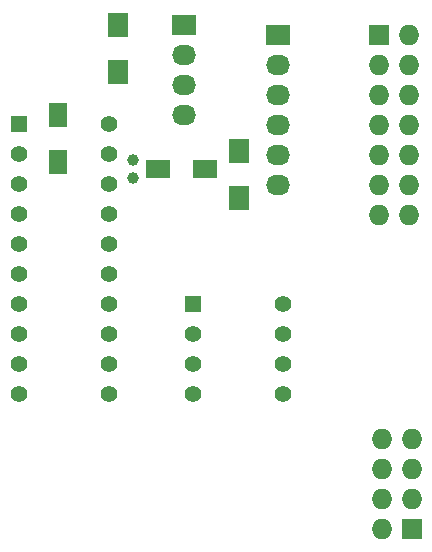
<source format=gbs>
G04 #@! TF.FileFunction,Soldermask,Bot*
%FSLAX46Y46*%
G04 Gerber Fmt 4.6, Leading zero omitted, Abs format (unit mm)*
G04 Created by KiCad (PCBNEW (after 2015-mar-04 BZR unknown)-product) date 17/04/2015 10:14:47*
%MOMM*%
G01*
G04 APERTURE LIST*
%ADD10C,0.100000*%
%ADD11R,1.727200X1.727200*%
%ADD12O,1.727200X1.727200*%
%ADD13R,1.700000X2.000000*%
%ADD14R,2.000000X1.600000*%
%ADD15R,1.600000X2.000000*%
%ADD16R,2.032000X1.727200*%
%ADD17O,2.032000X1.727200*%
%ADD18R,1.397000X1.397000*%
%ADD19C,1.397000*%
%ADD20C,1.000760*%
G04 APERTURE END LIST*
D10*
D11*
X146558000Y-95504000D03*
D12*
X144018000Y-95504000D03*
X146558000Y-92964000D03*
X144018000Y-92964000D03*
X146558000Y-90424000D03*
X144018000Y-90424000D03*
X146558000Y-87884000D03*
X144018000Y-87884000D03*
D13*
X121666000Y-56864000D03*
X121666000Y-52864000D03*
D14*
X125095000Y-65024000D03*
X129095000Y-65024000D03*
D15*
X116586000Y-64484000D03*
X116586000Y-60484000D03*
D11*
X143764000Y-53721000D03*
D12*
X146304000Y-53721000D03*
X143764000Y-56261000D03*
X146304000Y-56261000D03*
X143764000Y-58801000D03*
X146304000Y-58801000D03*
X143764000Y-61341000D03*
X146304000Y-61341000D03*
X143764000Y-63881000D03*
X146304000Y-63881000D03*
X143764000Y-66421000D03*
X146304000Y-66421000D03*
X143764000Y-68961000D03*
X146304000Y-68961000D03*
D16*
X127254000Y-52832000D03*
D17*
X127254000Y-55372000D03*
X127254000Y-57912000D03*
X127254000Y-60452000D03*
D16*
X135255000Y-53721000D03*
D17*
X135255000Y-56261000D03*
X135255000Y-58801000D03*
X135255000Y-61341000D03*
X135255000Y-63881000D03*
X135255000Y-66421000D03*
D13*
X131953000Y-67532000D03*
X131953000Y-63532000D03*
D18*
X113284000Y-61214000D03*
D19*
X113284000Y-63754000D03*
X113284000Y-66294000D03*
X113284000Y-68834000D03*
X113284000Y-71374000D03*
X113284000Y-73914000D03*
X113284000Y-76454000D03*
X113284000Y-78994000D03*
X113284000Y-81534000D03*
X113284000Y-84074000D03*
X120904000Y-84074000D03*
X120904000Y-81534000D03*
X120904000Y-78994000D03*
X120904000Y-76454000D03*
X120904000Y-73914000D03*
X120904000Y-71374000D03*
X120904000Y-68834000D03*
X120904000Y-66294000D03*
X120904000Y-63754000D03*
X120904000Y-61214000D03*
D18*
X128016000Y-76454000D03*
D19*
X128016000Y-78994000D03*
X128016000Y-81534000D03*
X128016000Y-84074000D03*
X135636000Y-84074000D03*
X135636000Y-81534000D03*
X135636000Y-78994000D03*
X135636000Y-76454000D03*
D20*
X122936000Y-64274700D03*
X122936000Y-65773300D03*
M02*

</source>
